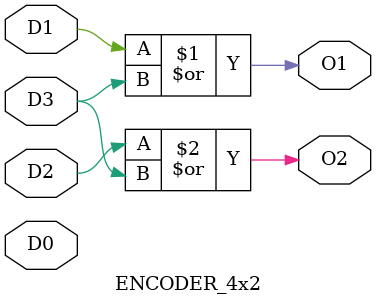
<source format=v>
`timescale 1ns / 1ps

// Author      : Venu Pabbuleti 
// ID          : N180116
//Branch       : ECE
//Project Name : RTL design using Verilog
//Design  Name : 4 TO 2 ENCODER
//Module  Name : ENCODER_4X2
//RGUKT NUZVID 
//////////////////////////////////////////////////////////////////////////////////


module ENCODER_4x2(D3,D2,D1,D0,O2,O1);
input D3,D2,D1,D0;
output O2,O1;
or o1(O1,D1,D3);
or o2(O2,D2,D3);

endmodule

</source>
